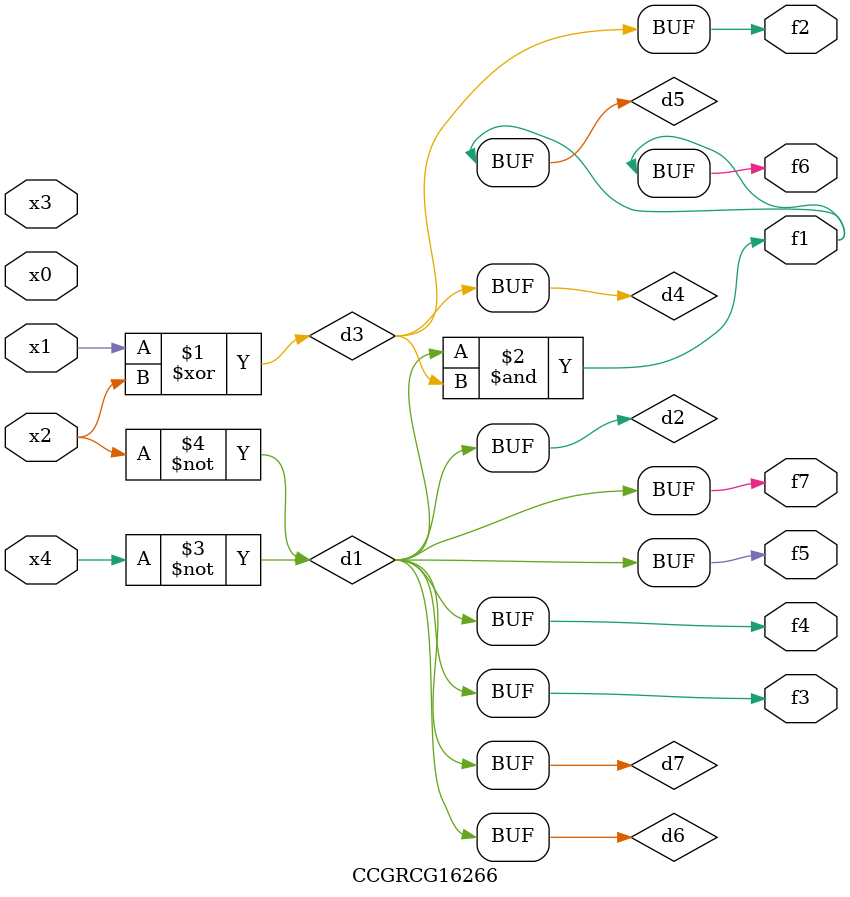
<source format=v>
module CCGRCG16266(
	input x0, x1, x2, x3, x4,
	output f1, f2, f3, f4, f5, f6, f7
);

	wire d1, d2, d3, d4, d5, d6, d7;

	not (d1, x4);
	not (d2, x2);
	xor (d3, x1, x2);
	buf (d4, d3);
	and (d5, d1, d3);
	buf (d6, d1, d2);
	buf (d7, d2);
	assign f1 = d5;
	assign f2 = d4;
	assign f3 = d7;
	assign f4 = d7;
	assign f5 = d7;
	assign f6 = d5;
	assign f7 = d7;
endmodule

</source>
